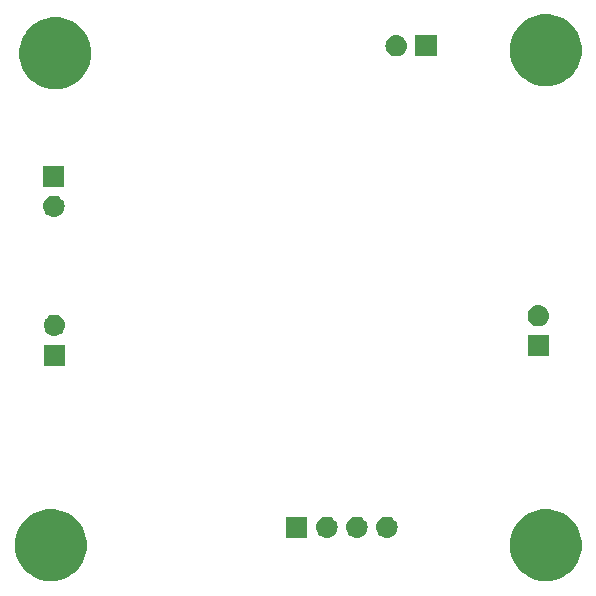
<source format=gbr>
G04 #@! TF.GenerationSoftware,KiCad,Pcbnew,(5.1.4)-1*
G04 #@! TF.CreationDate,2020-10-27T13:41:20+01:00*
G04 #@! TF.ProjectId,STm32f405xx board,53546d33-3266-4343-9035-787820626f61,rev?*
G04 #@! TF.SameCoordinates,Original*
G04 #@! TF.FileFunction,Soldermask,Bot*
G04 #@! TF.FilePolarity,Negative*
%FSLAX46Y46*%
G04 Gerber Fmt 4.6, Leading zero omitted, Abs format (unit mm)*
G04 Created by KiCad (PCBNEW (5.1.4)-1) date 2020-10-27 13:41:20*
%MOMM*%
%LPD*%
G04 APERTURE LIST*
%ADD10C,0.100000*%
G04 APERTURE END LIST*
D10*
G36*
X83439943Y-94856248D02*
G01*
X83995189Y-95086238D01*
X84243347Y-95252052D01*
X84494899Y-95420134D01*
X84919866Y-95845101D01*
X85068440Y-96067458D01*
X85253762Y-96344811D01*
X85483752Y-96900057D01*
X85601000Y-97489501D01*
X85601000Y-98090499D01*
X85483752Y-98679943D01*
X85253762Y-99235189D01*
X85253761Y-99235190D01*
X84919866Y-99734899D01*
X84494899Y-100159866D01*
X84354573Y-100253629D01*
X83995189Y-100493762D01*
X83439943Y-100723752D01*
X82850499Y-100841000D01*
X82249501Y-100841000D01*
X81660057Y-100723752D01*
X81104811Y-100493762D01*
X80745427Y-100253629D01*
X80605101Y-100159866D01*
X80180134Y-99734899D01*
X79846239Y-99235190D01*
X79846238Y-99235189D01*
X79616248Y-98679943D01*
X79499000Y-98090499D01*
X79499000Y-97489501D01*
X79616248Y-96900057D01*
X79846238Y-96344811D01*
X80031560Y-96067458D01*
X80180134Y-95845101D01*
X80605101Y-95420134D01*
X80856653Y-95252052D01*
X81104811Y-95086238D01*
X81660057Y-94856248D01*
X82249501Y-94739000D01*
X82850499Y-94739000D01*
X83439943Y-94856248D01*
X83439943Y-94856248D01*
G37*
G36*
X125349943Y-94856248D02*
G01*
X125905189Y-95086238D01*
X126153347Y-95252052D01*
X126404899Y-95420134D01*
X126829866Y-95845101D01*
X126978440Y-96067458D01*
X127163762Y-96344811D01*
X127393752Y-96900057D01*
X127511000Y-97489501D01*
X127511000Y-98090499D01*
X127393752Y-98679943D01*
X127163762Y-99235189D01*
X127163761Y-99235190D01*
X126829866Y-99734899D01*
X126404899Y-100159866D01*
X126264573Y-100253629D01*
X125905189Y-100493762D01*
X125349943Y-100723752D01*
X124760499Y-100841000D01*
X124159501Y-100841000D01*
X123570057Y-100723752D01*
X123014811Y-100493762D01*
X122655427Y-100253629D01*
X122515101Y-100159866D01*
X122090134Y-99734899D01*
X121756239Y-99235190D01*
X121756238Y-99235189D01*
X121526248Y-98679943D01*
X121409000Y-98090499D01*
X121409000Y-97489501D01*
X121526248Y-96900057D01*
X121756238Y-96344811D01*
X121941560Y-96067458D01*
X122090134Y-95845101D01*
X122515101Y-95420134D01*
X122766653Y-95252052D01*
X123014811Y-95086238D01*
X123570057Y-94856248D01*
X124159501Y-94739000D01*
X124760499Y-94739000D01*
X125349943Y-94856248D01*
X125349943Y-94856248D01*
G37*
G36*
X111108443Y-95371519D02*
G01*
X111174627Y-95378037D01*
X111344466Y-95429557D01*
X111500991Y-95513222D01*
X111536729Y-95542552D01*
X111638186Y-95625814D01*
X111721448Y-95727271D01*
X111750778Y-95763009D01*
X111750779Y-95763011D01*
X111818825Y-95890314D01*
X111834443Y-95919534D01*
X111885963Y-96089373D01*
X111903359Y-96266000D01*
X111885963Y-96442627D01*
X111834443Y-96612466D01*
X111750778Y-96768991D01*
X111721448Y-96804729D01*
X111638186Y-96906186D01*
X111536729Y-96989448D01*
X111500991Y-97018778D01*
X111344466Y-97102443D01*
X111174627Y-97153963D01*
X111108443Y-97160481D01*
X111042260Y-97167000D01*
X110953740Y-97167000D01*
X110887557Y-97160481D01*
X110821373Y-97153963D01*
X110651534Y-97102443D01*
X110495009Y-97018778D01*
X110459271Y-96989448D01*
X110357814Y-96906186D01*
X110274552Y-96804729D01*
X110245222Y-96768991D01*
X110161557Y-96612466D01*
X110110037Y-96442627D01*
X110092641Y-96266000D01*
X110110037Y-96089373D01*
X110161557Y-95919534D01*
X110177176Y-95890314D01*
X110245221Y-95763011D01*
X110245222Y-95763009D01*
X110274552Y-95727271D01*
X110357814Y-95625814D01*
X110459271Y-95542552D01*
X110495009Y-95513222D01*
X110651534Y-95429557D01*
X110821373Y-95378037D01*
X110887557Y-95371519D01*
X110953740Y-95365000D01*
X111042260Y-95365000D01*
X111108443Y-95371519D01*
X111108443Y-95371519D01*
G37*
G36*
X108568443Y-95371519D02*
G01*
X108634627Y-95378037D01*
X108804466Y-95429557D01*
X108960991Y-95513222D01*
X108996729Y-95542552D01*
X109098186Y-95625814D01*
X109181448Y-95727271D01*
X109210778Y-95763009D01*
X109210779Y-95763011D01*
X109278825Y-95890314D01*
X109294443Y-95919534D01*
X109345963Y-96089373D01*
X109363359Y-96266000D01*
X109345963Y-96442627D01*
X109294443Y-96612466D01*
X109210778Y-96768991D01*
X109181448Y-96804729D01*
X109098186Y-96906186D01*
X108996729Y-96989448D01*
X108960991Y-97018778D01*
X108804466Y-97102443D01*
X108634627Y-97153963D01*
X108568443Y-97160481D01*
X108502260Y-97167000D01*
X108413740Y-97167000D01*
X108347557Y-97160481D01*
X108281373Y-97153963D01*
X108111534Y-97102443D01*
X107955009Y-97018778D01*
X107919271Y-96989448D01*
X107817814Y-96906186D01*
X107734552Y-96804729D01*
X107705222Y-96768991D01*
X107621557Y-96612466D01*
X107570037Y-96442627D01*
X107552641Y-96266000D01*
X107570037Y-96089373D01*
X107621557Y-95919534D01*
X107637176Y-95890314D01*
X107705221Y-95763011D01*
X107705222Y-95763009D01*
X107734552Y-95727271D01*
X107817814Y-95625814D01*
X107919271Y-95542552D01*
X107955009Y-95513222D01*
X108111534Y-95429557D01*
X108281373Y-95378037D01*
X108347557Y-95371519D01*
X108413740Y-95365000D01*
X108502260Y-95365000D01*
X108568443Y-95371519D01*
X108568443Y-95371519D01*
G37*
G36*
X106028443Y-95371519D02*
G01*
X106094627Y-95378037D01*
X106264466Y-95429557D01*
X106420991Y-95513222D01*
X106456729Y-95542552D01*
X106558186Y-95625814D01*
X106641448Y-95727271D01*
X106670778Y-95763009D01*
X106670779Y-95763011D01*
X106738825Y-95890314D01*
X106754443Y-95919534D01*
X106805963Y-96089373D01*
X106823359Y-96266000D01*
X106805963Y-96442627D01*
X106754443Y-96612466D01*
X106670778Y-96768991D01*
X106641448Y-96804729D01*
X106558186Y-96906186D01*
X106456729Y-96989448D01*
X106420991Y-97018778D01*
X106264466Y-97102443D01*
X106094627Y-97153963D01*
X106028443Y-97160481D01*
X105962260Y-97167000D01*
X105873740Y-97167000D01*
X105807557Y-97160481D01*
X105741373Y-97153963D01*
X105571534Y-97102443D01*
X105415009Y-97018778D01*
X105379271Y-96989448D01*
X105277814Y-96906186D01*
X105194552Y-96804729D01*
X105165222Y-96768991D01*
X105081557Y-96612466D01*
X105030037Y-96442627D01*
X105012641Y-96266000D01*
X105030037Y-96089373D01*
X105081557Y-95919534D01*
X105097176Y-95890314D01*
X105165221Y-95763011D01*
X105165222Y-95763009D01*
X105194552Y-95727271D01*
X105277814Y-95625814D01*
X105379271Y-95542552D01*
X105415009Y-95513222D01*
X105571534Y-95429557D01*
X105741373Y-95378037D01*
X105807557Y-95371519D01*
X105873740Y-95365000D01*
X105962260Y-95365000D01*
X106028443Y-95371519D01*
X106028443Y-95371519D01*
G37*
G36*
X104279000Y-97167000D02*
G01*
X102477000Y-97167000D01*
X102477000Y-95365000D01*
X104279000Y-95365000D01*
X104279000Y-97167000D01*
X104279000Y-97167000D01*
G37*
G36*
X83750720Y-82607720D02*
G01*
X81948720Y-82607720D01*
X81948720Y-80805720D01*
X83750720Y-80805720D01*
X83750720Y-82607720D01*
X83750720Y-82607720D01*
G37*
G36*
X124726000Y-81800000D02*
G01*
X122924000Y-81800000D01*
X122924000Y-79998000D01*
X124726000Y-79998000D01*
X124726000Y-81800000D01*
X124726000Y-81800000D01*
G37*
G36*
X82960163Y-78272239D02*
G01*
X83026347Y-78278757D01*
X83196186Y-78330277D01*
X83352711Y-78413942D01*
X83388449Y-78443272D01*
X83489906Y-78526534D01*
X83573168Y-78627991D01*
X83602498Y-78663729D01*
X83686163Y-78820254D01*
X83737683Y-78990093D01*
X83755079Y-79166720D01*
X83737683Y-79343347D01*
X83686163Y-79513186D01*
X83602498Y-79669711D01*
X83573168Y-79705449D01*
X83489906Y-79806906D01*
X83388449Y-79890168D01*
X83352711Y-79919498D01*
X83196186Y-80003163D01*
X83026347Y-80054683D01*
X82960163Y-80061201D01*
X82893980Y-80067720D01*
X82805460Y-80067720D01*
X82739277Y-80061201D01*
X82673093Y-80054683D01*
X82503254Y-80003163D01*
X82346729Y-79919498D01*
X82310991Y-79890168D01*
X82209534Y-79806906D01*
X82126272Y-79705449D01*
X82096942Y-79669711D01*
X82013277Y-79513186D01*
X81961757Y-79343347D01*
X81944361Y-79166720D01*
X81961757Y-78990093D01*
X82013277Y-78820254D01*
X82096942Y-78663729D01*
X82126272Y-78627991D01*
X82209534Y-78526534D01*
X82310991Y-78443272D01*
X82346729Y-78413942D01*
X82503254Y-78330277D01*
X82673093Y-78278757D01*
X82739277Y-78272239D01*
X82805460Y-78265720D01*
X82893980Y-78265720D01*
X82960163Y-78272239D01*
X82960163Y-78272239D01*
G37*
G36*
X123935442Y-77464518D02*
G01*
X124001627Y-77471037D01*
X124171466Y-77522557D01*
X124327991Y-77606222D01*
X124363729Y-77635552D01*
X124465186Y-77718814D01*
X124548448Y-77820271D01*
X124577778Y-77856009D01*
X124661443Y-78012534D01*
X124712963Y-78182373D01*
X124730359Y-78359000D01*
X124712963Y-78535627D01*
X124661443Y-78705466D01*
X124577778Y-78861991D01*
X124548448Y-78897729D01*
X124465186Y-78999186D01*
X124363729Y-79082448D01*
X124327991Y-79111778D01*
X124171466Y-79195443D01*
X124001627Y-79246963D01*
X123935442Y-79253482D01*
X123869260Y-79260000D01*
X123780740Y-79260000D01*
X123714558Y-79253482D01*
X123648373Y-79246963D01*
X123478534Y-79195443D01*
X123322009Y-79111778D01*
X123286271Y-79082448D01*
X123184814Y-78999186D01*
X123101552Y-78897729D01*
X123072222Y-78861991D01*
X122988557Y-78705466D01*
X122937037Y-78535627D01*
X122919641Y-78359000D01*
X122937037Y-78182373D01*
X122988557Y-78012534D01*
X123072222Y-77856009D01*
X123101552Y-77820271D01*
X123184814Y-77718814D01*
X123286271Y-77635552D01*
X123322009Y-77606222D01*
X123478534Y-77522557D01*
X123648373Y-77471037D01*
X123714558Y-77464518D01*
X123780740Y-77458000D01*
X123869260Y-77458000D01*
X123935442Y-77464518D01*
X123935442Y-77464518D01*
G37*
G36*
X82914443Y-68193519D02*
G01*
X82980627Y-68200037D01*
X83150466Y-68251557D01*
X83306991Y-68335222D01*
X83342729Y-68364552D01*
X83444186Y-68447814D01*
X83527448Y-68549271D01*
X83556778Y-68585009D01*
X83640443Y-68741534D01*
X83691963Y-68911373D01*
X83709359Y-69088000D01*
X83691963Y-69264627D01*
X83640443Y-69434466D01*
X83556778Y-69590991D01*
X83527448Y-69626729D01*
X83444186Y-69728186D01*
X83342729Y-69811448D01*
X83306991Y-69840778D01*
X83150466Y-69924443D01*
X82980627Y-69975963D01*
X82914443Y-69982481D01*
X82848260Y-69989000D01*
X82759740Y-69989000D01*
X82693557Y-69982481D01*
X82627373Y-69975963D01*
X82457534Y-69924443D01*
X82301009Y-69840778D01*
X82265271Y-69811448D01*
X82163814Y-69728186D01*
X82080552Y-69626729D01*
X82051222Y-69590991D01*
X81967557Y-69434466D01*
X81916037Y-69264627D01*
X81898641Y-69088000D01*
X81916037Y-68911373D01*
X81967557Y-68741534D01*
X82051222Y-68585009D01*
X82080552Y-68549271D01*
X82163814Y-68447814D01*
X82265271Y-68364552D01*
X82301009Y-68335222D01*
X82457534Y-68251557D01*
X82627373Y-68200037D01*
X82693557Y-68193519D01*
X82759740Y-68187000D01*
X82848260Y-68187000D01*
X82914443Y-68193519D01*
X82914443Y-68193519D01*
G37*
G36*
X83705000Y-67449000D02*
G01*
X81903000Y-67449000D01*
X81903000Y-65647000D01*
X83705000Y-65647000D01*
X83705000Y-67449000D01*
X83705000Y-67449000D01*
G37*
G36*
X83820943Y-53200248D02*
G01*
X84376189Y-53430238D01*
X84608674Y-53585580D01*
X84875899Y-53764134D01*
X85300866Y-54189101D01*
X85449440Y-54411458D01*
X85634762Y-54688811D01*
X85864752Y-55244057D01*
X85982000Y-55833501D01*
X85982000Y-56434499D01*
X85864752Y-57023943D01*
X85634762Y-57579189D01*
X85634761Y-57579190D01*
X85300866Y-58078899D01*
X84875899Y-58503866D01*
X84756326Y-58583762D01*
X84376189Y-58837762D01*
X83820943Y-59067752D01*
X83231499Y-59185000D01*
X82630501Y-59185000D01*
X82041057Y-59067752D01*
X81485811Y-58837762D01*
X81105674Y-58583762D01*
X80986101Y-58503866D01*
X80561134Y-58078899D01*
X80227239Y-57579190D01*
X80227238Y-57579189D01*
X79997248Y-57023943D01*
X79880000Y-56434499D01*
X79880000Y-55833501D01*
X79997248Y-55244057D01*
X80227238Y-54688811D01*
X80412560Y-54411458D01*
X80561134Y-54189101D01*
X80986101Y-53764134D01*
X81253326Y-53585580D01*
X81485811Y-53430238D01*
X82041057Y-53200248D01*
X82630501Y-53083000D01*
X83231499Y-53083000D01*
X83820943Y-53200248D01*
X83820943Y-53200248D01*
G37*
G36*
X125349943Y-52946248D02*
G01*
X125905189Y-53176238D01*
X126153347Y-53342052D01*
X126404899Y-53510134D01*
X126829866Y-53935101D01*
X126934709Y-54092010D01*
X127163762Y-54434811D01*
X127393752Y-54990057D01*
X127511000Y-55579501D01*
X127511000Y-56180499D01*
X127393752Y-56769943D01*
X127163762Y-57325189D01*
X127036660Y-57515410D01*
X126829866Y-57824899D01*
X126404899Y-58249866D01*
X126264573Y-58343629D01*
X125905189Y-58583762D01*
X125349943Y-58813752D01*
X124760499Y-58931000D01*
X124159501Y-58931000D01*
X123570057Y-58813752D01*
X123014811Y-58583762D01*
X122655427Y-58343629D01*
X122515101Y-58249866D01*
X122090134Y-57824899D01*
X121883340Y-57515410D01*
X121756238Y-57325189D01*
X121526248Y-56769943D01*
X121409000Y-56180499D01*
X121409000Y-55579501D01*
X121526248Y-54990057D01*
X121756238Y-54434811D01*
X121985291Y-54092010D01*
X122090134Y-53935101D01*
X122515101Y-53510134D01*
X122766653Y-53342052D01*
X123014811Y-53176238D01*
X123570057Y-52946248D01*
X124159501Y-52829000D01*
X124760499Y-52829000D01*
X125349943Y-52946248D01*
X125349943Y-52946248D01*
G37*
G36*
X111895842Y-54617218D02*
G01*
X111962027Y-54623737D01*
X112131866Y-54675257D01*
X112288391Y-54758922D01*
X112324129Y-54788252D01*
X112425586Y-54871514D01*
X112483990Y-54942681D01*
X112538178Y-55008709D01*
X112621843Y-55165234D01*
X112673363Y-55335073D01*
X112690759Y-55511700D01*
X112673363Y-55688327D01*
X112621843Y-55858166D01*
X112538178Y-56014691D01*
X112508848Y-56050429D01*
X112425586Y-56151886D01*
X112330020Y-56230314D01*
X112288391Y-56264478D01*
X112131866Y-56348143D01*
X111962027Y-56399663D01*
X111895842Y-56406182D01*
X111829660Y-56412700D01*
X111741140Y-56412700D01*
X111674958Y-56406182D01*
X111608773Y-56399663D01*
X111438934Y-56348143D01*
X111282409Y-56264478D01*
X111240780Y-56230314D01*
X111145214Y-56151886D01*
X111061952Y-56050429D01*
X111032622Y-56014691D01*
X110948957Y-55858166D01*
X110897437Y-55688327D01*
X110880041Y-55511700D01*
X110897437Y-55335073D01*
X110948957Y-55165234D01*
X111032622Y-55008709D01*
X111086810Y-54942681D01*
X111145214Y-54871514D01*
X111246671Y-54788252D01*
X111282409Y-54758922D01*
X111438934Y-54675257D01*
X111608773Y-54623737D01*
X111674958Y-54617218D01*
X111741140Y-54610700D01*
X111829660Y-54610700D01*
X111895842Y-54617218D01*
X111895842Y-54617218D01*
G37*
G36*
X115226400Y-56412700D02*
G01*
X113424400Y-56412700D01*
X113424400Y-54610700D01*
X115226400Y-54610700D01*
X115226400Y-56412700D01*
X115226400Y-56412700D01*
G37*
M02*

</source>
